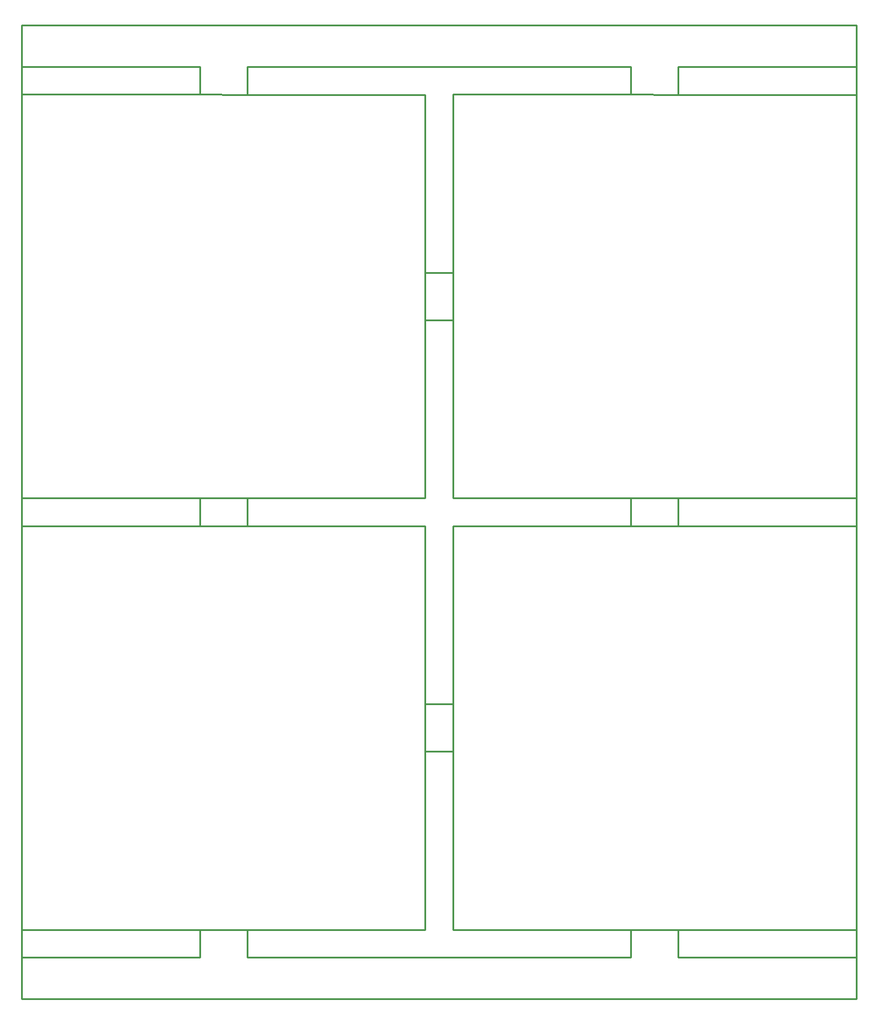
<source format=gko>
G04 Layer: BoardOutlineLayer*
G04 Panelize: Stamp Hole, Column: 2, Row: 2, Board Size: 58.42mm x 58.42mm, Panelized Board Size: 120.84mm x 120.84mm*
G04 EasyEDA v6.5.34, 2023-08-03 19:46:35*
G04 af00140a598446819584b723e16838dc,5a6b42c53f6a479593ecc07194224c93,10*
G04 Gerber Generator version 0.2*
G04 Scale: 100 percent, Rotated: No, Reflected: No *
G04 Dimensions in millimeters *
G04 leading zeros omitted , absolute positions ,4 integer and 5 decimal *
%FSLAX45Y45*%
%MOMM*%

%ADD10C,0.2540*%
D10*
X5842000Y0D02*
G01*
X0Y0D01*
X0Y5842000D01*
X5842000Y5841497D01*
X5842000Y0D01*
X12083999Y0D02*
G01*
X6241999Y0D01*
X6241999Y5842000D01*
X12083999Y5841497D01*
X12083999Y0D01*
X5842000Y-6241999D02*
G01*
X0Y-6241999D01*
X0Y-399999D01*
X5842000Y-400502D01*
X5842000Y-6241999D01*
X12083999Y-6241999D02*
G01*
X6241999Y-6241999D01*
X6241999Y-399999D01*
X12083999Y-400502D01*
X12083999Y-6241999D01*
X0Y6841997D02*
G01*
X12083999Y6841997D01*
X12083999Y-7241997D01*
X0Y-7241997D01*
X0Y6841997D01*
X2578996Y6241999D02*
G01*
X0Y6241999D01*
X2578996Y-6641998D02*
G01*
X0Y-6641998D01*
X8820995Y6241999D02*
G01*
X3263005Y6241999D01*
X8820995Y-6641998D02*
G01*
X3263005Y-6641998D01*
X12083999Y6241999D02*
G01*
X9505005Y6241999D01*
X12083999Y-6641998D02*
G01*
X9505005Y-6641998D01*
X2578996Y-391053D02*
G01*
X2578996Y-9166D01*
X3263005Y-391114D02*
G01*
X3263005Y-9166D01*
X8820995Y-391053D02*
G01*
X8820995Y-9166D01*
X9505005Y-391114D02*
G01*
X9505005Y-9166D01*
X6232832Y3263005D02*
G01*
X5851166Y3263003D01*
X6232832Y2578994D02*
G01*
X5851166Y2578994D01*
X6232832Y-2978993D02*
G01*
X5851166Y-2978995D01*
X6232832Y-3663005D02*
G01*
X5851166Y-3663005D01*
X2578996Y5850945D02*
G01*
X2578996Y6241999D01*
X2578996Y-6641998D02*
G01*
X2578996Y-6251166D01*
X3263005Y5850884D02*
G01*
X3263005Y6241999D01*
X3263005Y-6641998D02*
G01*
X3263005Y-6251166D01*
X8820995Y5850945D02*
G01*
X8820995Y6241999D01*
X8820995Y-6641998D02*
G01*
X8820995Y-6251166D01*
X9505005Y5850884D02*
G01*
X9505005Y6241999D01*
X9505005Y-6641998D02*
G01*
X9505005Y-6251166D01*

%LPD*%
M02*

</source>
